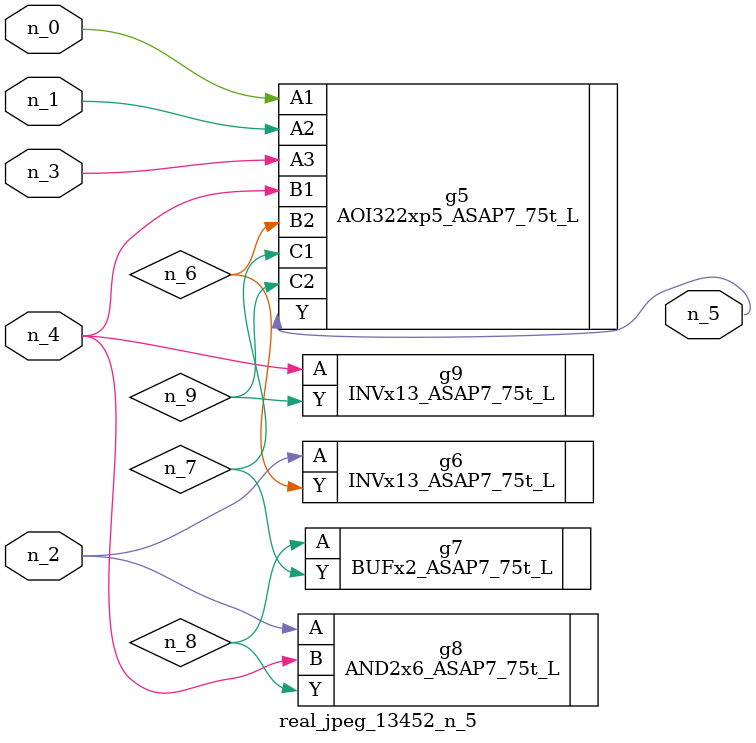
<source format=v>
module real_jpeg_13452_n_5 (n_4, n_0, n_1, n_2, n_3, n_5);

input n_4;
input n_0;
input n_1;
input n_2;
input n_3;

output n_5;

wire n_8;
wire n_6;
wire n_7;
wire n_9;

AOI322xp5_ASAP7_75t_L g5 ( 
.A1(n_0),
.A2(n_1),
.A3(n_3),
.B1(n_4),
.B2(n_6),
.C1(n_7),
.C2(n_9),
.Y(n_5)
);

INVx13_ASAP7_75t_L g6 ( 
.A(n_2),
.Y(n_6)
);

AND2x6_ASAP7_75t_L g8 ( 
.A(n_2),
.B(n_4),
.Y(n_8)
);

INVx13_ASAP7_75t_L g9 ( 
.A(n_4),
.Y(n_9)
);

BUFx2_ASAP7_75t_L g7 ( 
.A(n_8),
.Y(n_7)
);


endmodule
</source>
